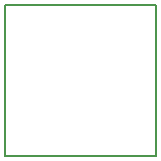
<source format=gm1>
G04 MADE WITH FRITZING*
G04 WWW.FRITZING.ORG*
G04 DOUBLE SIDED*
G04 HOLES PLATED*
G04 CONTOUR ON CENTER OF CONTOUR VECTOR*
%ASAXBY*%
%FSLAX23Y23*%
%MOIN*%
%OFA0B0*%
%SFA1.0B1.0*%
%ADD10R,0.511811X0.511811*%
%ADD11C,0.008000*%
%ADD10C,0.008*%
%LNCONTOUR*%
G90*
G70*
G54D10*
G54D11*
X4Y508D02*
X508Y508D01*
X508Y4D01*
X4Y4D01*
X4Y508D01*
D02*
G04 End of contour*
M02*
</source>
